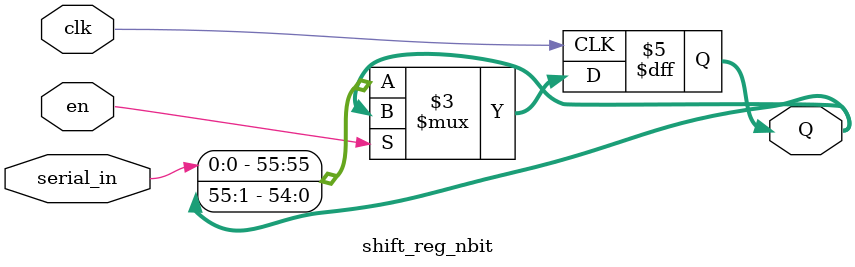
<source format=v>


module shift_reg_nbit(clk, serial_in, en, Q);

    parameter n = 56;

    input       clk;
    input       serial_in;
    input       en;
    output reg  [n-1:0] Q;
    
    always @ (posedge clk) begin
        if (en == 0) Q[n-1:0] <= {serial_in, Q[n-1:1]};
    end

endmodule
</source>
